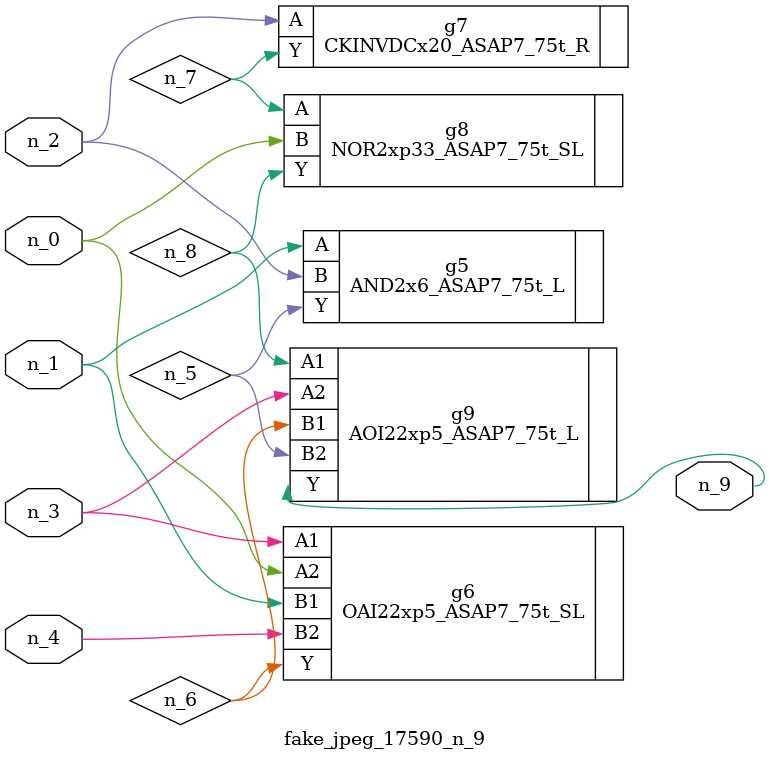
<source format=v>
module fake_jpeg_17590_n_9 (n_3, n_2, n_1, n_0, n_4, n_9);

input n_3;
input n_2;
input n_1;
input n_0;
input n_4;

output n_9;

wire n_8;
wire n_6;
wire n_5;
wire n_7;

AND2x6_ASAP7_75t_L g5 ( 
.A(n_1),
.B(n_2),
.Y(n_5)
);

OAI22xp5_ASAP7_75t_SL g6 ( 
.A1(n_3),
.A2(n_0),
.B1(n_1),
.B2(n_4),
.Y(n_6)
);

CKINVDCx20_ASAP7_75t_R g7 ( 
.A(n_2),
.Y(n_7)
);

NOR2xp33_ASAP7_75t_SL g8 ( 
.A(n_7),
.B(n_0),
.Y(n_8)
);

AOI22xp5_ASAP7_75t_L g9 ( 
.A1(n_8),
.A2(n_3),
.B1(n_6),
.B2(n_5),
.Y(n_9)
);


endmodule
</source>
